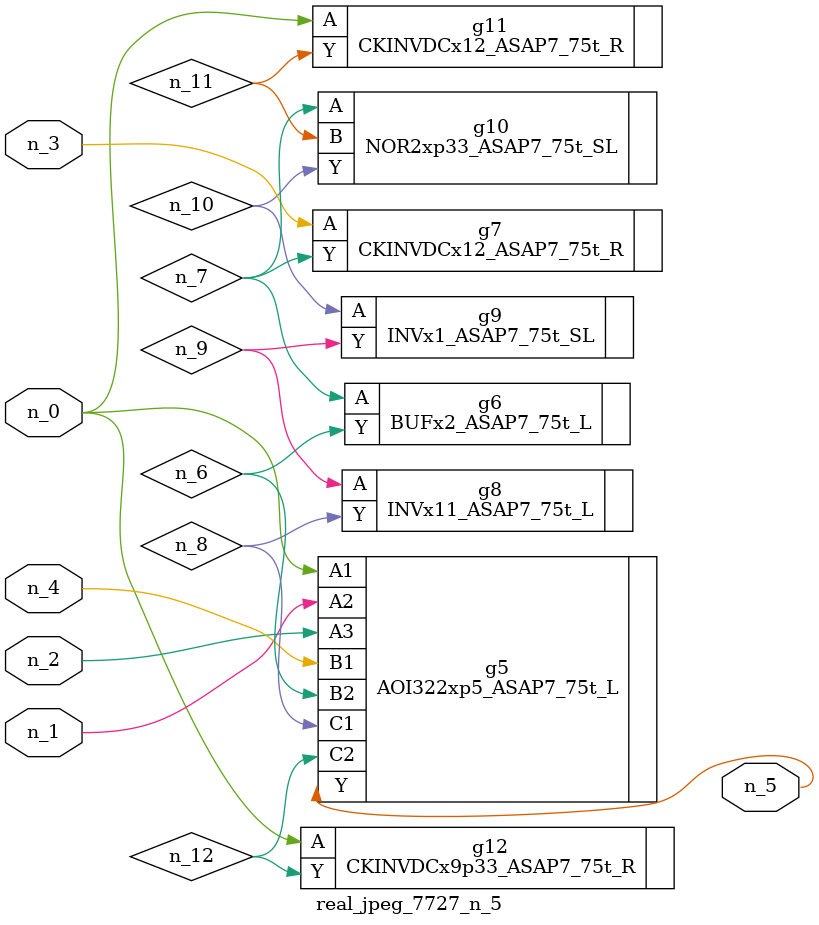
<source format=v>
module real_jpeg_7727_n_5 (n_4, n_0, n_1, n_2, n_3, n_5);

input n_4;
input n_0;
input n_1;
input n_2;
input n_3;

output n_5;

wire n_12;
wire n_8;
wire n_11;
wire n_6;
wire n_7;
wire n_10;
wire n_9;

AOI322xp5_ASAP7_75t_L g5 ( 
.A1(n_0),
.A2(n_1),
.A3(n_2),
.B1(n_4),
.B2(n_6),
.C1(n_8),
.C2(n_12),
.Y(n_5)
);

CKINVDCx12_ASAP7_75t_R g11 ( 
.A(n_0),
.Y(n_11)
);

CKINVDCx9p33_ASAP7_75t_R g12 ( 
.A(n_0),
.Y(n_12)
);

CKINVDCx12_ASAP7_75t_R g7 ( 
.A(n_3),
.Y(n_7)
);

BUFx2_ASAP7_75t_L g6 ( 
.A(n_7),
.Y(n_6)
);

NOR2xp33_ASAP7_75t_SL g10 ( 
.A(n_7),
.B(n_11),
.Y(n_10)
);

INVx11_ASAP7_75t_L g8 ( 
.A(n_9),
.Y(n_8)
);

INVx1_ASAP7_75t_SL g9 ( 
.A(n_10),
.Y(n_9)
);


endmodule
</source>
